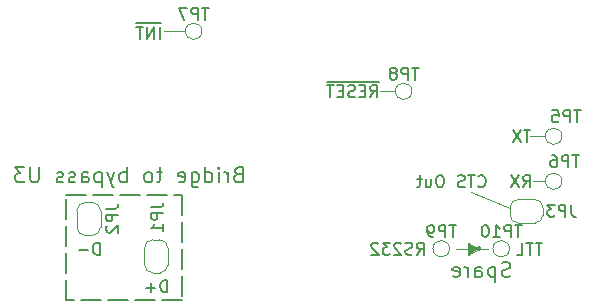
<source format=gbo>
G04 #@! TF.GenerationSoftware,KiCad,Pcbnew,8.0.3+1*
G04 #@! TF.CreationDate,2024-07-17T12:21:26-06:00*
G04 #@! TF.ProjectId,CH375_Serial,43483337-355f-4536-9572-69616c2e6b69,rev?*
G04 #@! TF.SameCoordinates,Original*
G04 #@! TF.FileFunction,Legend,Bot*
G04 #@! TF.FilePolarity,Positive*
%FSLAX46Y46*%
G04 Gerber Fmt 4.6, Leading zero omitted, Abs format (unit mm)*
G04 Created by KiCad (PCBNEW 8.0.3+1) date 2024-07-17 12:21:26*
%MOMM*%
%LPD*%
G01*
G04 APERTURE LIST*
G04 Aperture macros list*
%AMRoundRect*
0 Rectangle with rounded corners*
0 $1 Rounding radius*
0 $2 $3 $4 $5 $6 $7 $8 $9 X,Y pos of 4 corners*
0 Add a 4 corners polygon primitive as box body*
4,1,4,$2,$3,$4,$5,$6,$7,$8,$9,$2,$3,0*
0 Add four circle primitives for the rounded corners*
1,1,$1+$1,$2,$3*
1,1,$1+$1,$4,$5*
1,1,$1+$1,$6,$7*
1,1,$1+$1,$8,$9*
0 Add four rect primitives between the rounded corners*
20,1,$1+$1,$2,$3,$4,$5,0*
20,1,$1+$1,$4,$5,$6,$7,0*
20,1,$1+$1,$6,$7,$8,$9,0*
20,1,$1+$1,$8,$9,$2,$3,0*%
%AMFreePoly0*
4,1,19,0.500000,-0.750000,0.000000,-0.750000,0.000000,-0.744911,-0.071157,-0.744911,-0.207708,-0.704816,-0.327430,-0.627875,-0.420627,-0.520320,-0.479746,-0.390866,-0.500000,-0.250000,-0.500000,0.250000,-0.479746,0.390866,-0.420627,0.520320,-0.327430,0.627875,-0.207708,0.704816,-0.071157,0.744911,0.000000,0.744911,0.000000,0.750000,0.500000,0.750000,0.500000,-0.750000,0.500000,-0.750000,
$1*%
%AMFreePoly1*
4,1,19,0.000000,0.744911,0.071157,0.744911,0.207708,0.704816,0.327430,0.627875,0.420627,0.520320,0.479746,0.390866,0.500000,0.250000,0.500000,-0.250000,0.479746,-0.390866,0.420627,-0.520320,0.327430,-0.627875,0.207708,-0.704816,0.071157,-0.744911,0.000000,-0.744911,0.000000,-0.750000,-0.500000,-0.750000,-0.500000,0.750000,0.000000,0.750000,0.000000,0.744911,0.000000,0.744911,
$1*%
G04 Aperture macros list end*
%ADD10C,0.100000*%
%ADD11C,0.229605*%
%ADD12C,0.152400*%
%ADD13C,0.203200*%
%ADD14C,0.150000*%
%ADD15C,0.120000*%
%ADD16C,0.010000*%
%ADD17R,3.500000X3.500000*%
%ADD18RoundRect,0.750000X-1.000000X0.750000X-1.000000X-0.750000X1.000000X-0.750000X1.000000X0.750000X0*%
%ADD19RoundRect,0.875000X-0.875000X0.875000X-0.875000X-0.875000X0.875000X-0.875000X0.875000X0.875000X0*%
%ADD20C,4.000000*%
%ADD21R,1.600000X1.600000*%
%ADD22C,1.600000*%
%ADD23C,1.500000*%
%ADD24C,2.200000*%
%ADD25R,1.800000X1.800000*%
%ADD26C,1.800000*%
%ADD27R,1.500000X1.600000*%
%ADD28C,3.000000*%
%ADD29C,1.000000*%
%ADD30FreePoly0,90.000000*%
%ADD31FreePoly1,90.000000*%
%ADD32FreePoly0,0.000000*%
%ADD33FreePoly1,0.000000*%
G04 APERTURE END LIST*
D10*
X166940000Y-65405000D02*
X165608000Y-65405000D01*
X172085000Y-78740000D02*
X173101000Y-78740000D01*
D11*
X174104802Y-78740000D02*
G75*
G02*
X173875198Y-78740000I-114802J0D01*
G01*
X173875198Y-78740000D02*
G75*
G02*
X174104802Y-78740000I114802J0D01*
G01*
D10*
X173990000Y-78740000D02*
X173101000Y-79248000D01*
X173101000Y-78232000D01*
X173990000Y-78740000D01*
G36*
X173990000Y-78740000D02*
G01*
X173101000Y-79248000D01*
X173101000Y-78232000D01*
X173990000Y-78740000D01*
G37*
X174169605Y-78740000D02*
X174752000Y-78740000D01*
X176639000Y-75265000D02*
X173355000Y-73914000D01*
X149160000Y-60325000D02*
X147320000Y-60325000D01*
X178308000Y-69215000D02*
X179640000Y-69215000D01*
X178562000Y-73025000D02*
X179640000Y-73025000D01*
D12*
X139065000Y-74168000D02*
X140741400Y-74168000D01*
X141351000Y-74168000D02*
X143027400Y-74168000D01*
X143637000Y-74168000D02*
X145313400Y-74168000D01*
X145923000Y-74168000D02*
X147599400Y-74168000D01*
X148209000Y-74168000D02*
X148844000Y-74168000D01*
X148844000Y-74168000D02*
X148844000Y-75844400D01*
X148844000Y-76454000D02*
X148844000Y-78130400D01*
X148844000Y-78740000D02*
X148844000Y-80416400D01*
X148844000Y-81026000D02*
X148844000Y-82702400D01*
X148844000Y-83058000D02*
X147167600Y-83058000D01*
X146558000Y-83058000D02*
X144881600Y-83058000D01*
X144272000Y-83058000D02*
X142595600Y-83058000D01*
X141986000Y-83058000D02*
X140309600Y-83058000D01*
X139700000Y-83058000D02*
X139065000Y-83058000D01*
X139065000Y-83058000D02*
X139065000Y-81381600D01*
X139065000Y-80772000D02*
X139065000Y-79095600D01*
X139065000Y-78486000D02*
X139065000Y-76809600D01*
X139065000Y-76200000D02*
X139065000Y-74523600D01*
X146977832Y-60954735D02*
X146977832Y-59938735D01*
X146494022Y-60954735D02*
X146494022Y-59938735D01*
X146494022Y-59938735D02*
X145913450Y-60954735D01*
X145913450Y-60954735D02*
X145913450Y-59938735D01*
X145574784Y-59938735D02*
X144994212Y-59938735D01*
X145284498Y-60954735D02*
X145284498Y-59938735D01*
X147118137Y-59656675D02*
X144999051Y-59656675D01*
X178364975Y-68701735D02*
X177784403Y-68701735D01*
X178074689Y-69717735D02*
X178074689Y-68701735D01*
X177542499Y-68701735D02*
X176865165Y-69717735D01*
X176865165Y-68701735D02*
X177542499Y-69717735D01*
X168749260Y-79242735D02*
X169087927Y-78758926D01*
X169329832Y-79242735D02*
X169329832Y-78226735D01*
X169329832Y-78226735D02*
X168942784Y-78226735D01*
X168942784Y-78226735D02*
X168846022Y-78275116D01*
X168846022Y-78275116D02*
X168797641Y-78323497D01*
X168797641Y-78323497D02*
X168749260Y-78420259D01*
X168749260Y-78420259D02*
X168749260Y-78565402D01*
X168749260Y-78565402D02*
X168797641Y-78662164D01*
X168797641Y-78662164D02*
X168846022Y-78710545D01*
X168846022Y-78710545D02*
X168942784Y-78758926D01*
X168942784Y-78758926D02*
X169329832Y-78758926D01*
X168362213Y-79194355D02*
X168217070Y-79242735D01*
X168217070Y-79242735D02*
X167975165Y-79242735D01*
X167975165Y-79242735D02*
X167878403Y-79194355D01*
X167878403Y-79194355D02*
X167830022Y-79145974D01*
X167830022Y-79145974D02*
X167781641Y-79049212D01*
X167781641Y-79049212D02*
X167781641Y-78952450D01*
X167781641Y-78952450D02*
X167830022Y-78855688D01*
X167830022Y-78855688D02*
X167878403Y-78807307D01*
X167878403Y-78807307D02*
X167975165Y-78758926D01*
X167975165Y-78758926D02*
X168168689Y-78710545D01*
X168168689Y-78710545D02*
X168265451Y-78662164D01*
X168265451Y-78662164D02*
X168313832Y-78613783D01*
X168313832Y-78613783D02*
X168362213Y-78517021D01*
X168362213Y-78517021D02*
X168362213Y-78420259D01*
X168362213Y-78420259D02*
X168313832Y-78323497D01*
X168313832Y-78323497D02*
X168265451Y-78275116D01*
X168265451Y-78275116D02*
X168168689Y-78226735D01*
X168168689Y-78226735D02*
X167926784Y-78226735D01*
X167926784Y-78226735D02*
X167781641Y-78275116D01*
X167394594Y-78323497D02*
X167346213Y-78275116D01*
X167346213Y-78275116D02*
X167249451Y-78226735D01*
X167249451Y-78226735D02*
X167007546Y-78226735D01*
X167007546Y-78226735D02*
X166910784Y-78275116D01*
X166910784Y-78275116D02*
X166862403Y-78323497D01*
X166862403Y-78323497D02*
X166814022Y-78420259D01*
X166814022Y-78420259D02*
X166814022Y-78517021D01*
X166814022Y-78517021D02*
X166862403Y-78662164D01*
X166862403Y-78662164D02*
X167442975Y-79242735D01*
X167442975Y-79242735D02*
X166814022Y-79242735D01*
X166475356Y-78226735D02*
X165846403Y-78226735D01*
X165846403Y-78226735D02*
X166185070Y-78613783D01*
X166185070Y-78613783D02*
X166039927Y-78613783D01*
X166039927Y-78613783D02*
X165943165Y-78662164D01*
X165943165Y-78662164D02*
X165894784Y-78710545D01*
X165894784Y-78710545D02*
X165846403Y-78807307D01*
X165846403Y-78807307D02*
X165846403Y-79049212D01*
X165846403Y-79049212D02*
X165894784Y-79145974D01*
X165894784Y-79145974D02*
X165943165Y-79194355D01*
X165943165Y-79194355D02*
X166039927Y-79242735D01*
X166039927Y-79242735D02*
X166330213Y-79242735D01*
X166330213Y-79242735D02*
X166426975Y-79194355D01*
X166426975Y-79194355D02*
X166475356Y-79145974D01*
X165459356Y-78323497D02*
X165410975Y-78275116D01*
X165410975Y-78275116D02*
X165314213Y-78226735D01*
X165314213Y-78226735D02*
X165072308Y-78226735D01*
X165072308Y-78226735D02*
X164975546Y-78275116D01*
X164975546Y-78275116D02*
X164927165Y-78323497D01*
X164927165Y-78323497D02*
X164878784Y-78420259D01*
X164878784Y-78420259D02*
X164878784Y-78517021D01*
X164878784Y-78517021D02*
X164927165Y-78662164D01*
X164927165Y-78662164D02*
X165507737Y-79242735D01*
X165507737Y-79242735D02*
X164878784Y-79242735D01*
X153606022Y-72450413D02*
X153424594Y-72510889D01*
X153424594Y-72510889D02*
X153364117Y-72571365D01*
X153364117Y-72571365D02*
X153303641Y-72692317D01*
X153303641Y-72692317D02*
X153303641Y-72873746D01*
X153303641Y-72873746D02*
X153364117Y-72994698D01*
X153364117Y-72994698D02*
X153424594Y-73055175D01*
X153424594Y-73055175D02*
X153545546Y-73115651D01*
X153545546Y-73115651D02*
X154029356Y-73115651D01*
X154029356Y-73115651D02*
X154029356Y-71845651D01*
X154029356Y-71845651D02*
X153606022Y-71845651D01*
X153606022Y-71845651D02*
X153485070Y-71906127D01*
X153485070Y-71906127D02*
X153424594Y-71966603D01*
X153424594Y-71966603D02*
X153364117Y-72087555D01*
X153364117Y-72087555D02*
X153364117Y-72208508D01*
X153364117Y-72208508D02*
X153424594Y-72329460D01*
X153424594Y-72329460D02*
X153485070Y-72389936D01*
X153485070Y-72389936D02*
X153606022Y-72450413D01*
X153606022Y-72450413D02*
X154029356Y-72450413D01*
X152759356Y-73115651D02*
X152759356Y-72268984D01*
X152759356Y-72510889D02*
X152698879Y-72389936D01*
X152698879Y-72389936D02*
X152638403Y-72329460D01*
X152638403Y-72329460D02*
X152517451Y-72268984D01*
X152517451Y-72268984D02*
X152396498Y-72268984D01*
X151973166Y-73115651D02*
X151973166Y-72268984D01*
X151973166Y-71845651D02*
X152033642Y-71906127D01*
X152033642Y-71906127D02*
X151973166Y-71966603D01*
X151973166Y-71966603D02*
X151912689Y-71906127D01*
X151912689Y-71906127D02*
X151973166Y-71845651D01*
X151973166Y-71845651D02*
X151973166Y-71966603D01*
X150824118Y-73115651D02*
X150824118Y-71845651D01*
X150824118Y-73055175D02*
X150945070Y-73115651D01*
X150945070Y-73115651D02*
X151186975Y-73115651D01*
X151186975Y-73115651D02*
X151307927Y-73055175D01*
X151307927Y-73055175D02*
X151368404Y-72994698D01*
X151368404Y-72994698D02*
X151428880Y-72873746D01*
X151428880Y-72873746D02*
X151428880Y-72510889D01*
X151428880Y-72510889D02*
X151368404Y-72389936D01*
X151368404Y-72389936D02*
X151307927Y-72329460D01*
X151307927Y-72329460D02*
X151186975Y-72268984D01*
X151186975Y-72268984D02*
X150945070Y-72268984D01*
X150945070Y-72268984D02*
X150824118Y-72329460D01*
X149675070Y-72268984D02*
X149675070Y-73297079D01*
X149675070Y-73297079D02*
X149735546Y-73418032D01*
X149735546Y-73418032D02*
X149796022Y-73478508D01*
X149796022Y-73478508D02*
X149916975Y-73538984D01*
X149916975Y-73538984D02*
X150098403Y-73538984D01*
X150098403Y-73538984D02*
X150219356Y-73478508D01*
X149675070Y-73055175D02*
X149796022Y-73115651D01*
X149796022Y-73115651D02*
X150037927Y-73115651D01*
X150037927Y-73115651D02*
X150158879Y-73055175D01*
X150158879Y-73055175D02*
X150219356Y-72994698D01*
X150219356Y-72994698D02*
X150279832Y-72873746D01*
X150279832Y-72873746D02*
X150279832Y-72510889D01*
X150279832Y-72510889D02*
X150219356Y-72389936D01*
X150219356Y-72389936D02*
X150158879Y-72329460D01*
X150158879Y-72329460D02*
X150037927Y-72268984D01*
X150037927Y-72268984D02*
X149796022Y-72268984D01*
X149796022Y-72268984D02*
X149675070Y-72329460D01*
X148586498Y-73055175D02*
X148707450Y-73115651D01*
X148707450Y-73115651D02*
X148949355Y-73115651D01*
X148949355Y-73115651D02*
X149070308Y-73055175D01*
X149070308Y-73055175D02*
X149130784Y-72934222D01*
X149130784Y-72934222D02*
X149130784Y-72450413D01*
X149130784Y-72450413D02*
X149070308Y-72329460D01*
X149070308Y-72329460D02*
X148949355Y-72268984D01*
X148949355Y-72268984D02*
X148707450Y-72268984D01*
X148707450Y-72268984D02*
X148586498Y-72329460D01*
X148586498Y-72329460D02*
X148526022Y-72450413D01*
X148526022Y-72450413D02*
X148526022Y-72571365D01*
X148526022Y-72571365D02*
X149130784Y-72692317D01*
X147195546Y-72268984D02*
X146711737Y-72268984D01*
X147014118Y-71845651D02*
X147014118Y-72934222D01*
X147014118Y-72934222D02*
X146953641Y-73055175D01*
X146953641Y-73055175D02*
X146832689Y-73115651D01*
X146832689Y-73115651D02*
X146711737Y-73115651D01*
X146106975Y-73115651D02*
X146227927Y-73055175D01*
X146227927Y-73055175D02*
X146288404Y-72994698D01*
X146288404Y-72994698D02*
X146348880Y-72873746D01*
X146348880Y-72873746D02*
X146348880Y-72510889D01*
X146348880Y-72510889D02*
X146288404Y-72389936D01*
X146288404Y-72389936D02*
X146227927Y-72329460D01*
X146227927Y-72329460D02*
X146106975Y-72268984D01*
X146106975Y-72268984D02*
X145925546Y-72268984D01*
X145925546Y-72268984D02*
X145804594Y-72329460D01*
X145804594Y-72329460D02*
X145744118Y-72389936D01*
X145744118Y-72389936D02*
X145683642Y-72510889D01*
X145683642Y-72510889D02*
X145683642Y-72873746D01*
X145683642Y-72873746D02*
X145744118Y-72994698D01*
X145744118Y-72994698D02*
X145804594Y-73055175D01*
X145804594Y-73055175D02*
X145925546Y-73115651D01*
X145925546Y-73115651D02*
X146106975Y-73115651D01*
X144171737Y-73115651D02*
X144171737Y-71845651D01*
X144171737Y-72329460D02*
X144050784Y-72268984D01*
X144050784Y-72268984D02*
X143808879Y-72268984D01*
X143808879Y-72268984D02*
X143687927Y-72329460D01*
X143687927Y-72329460D02*
X143627451Y-72389936D01*
X143627451Y-72389936D02*
X143566975Y-72510889D01*
X143566975Y-72510889D02*
X143566975Y-72873746D01*
X143566975Y-72873746D02*
X143627451Y-72994698D01*
X143627451Y-72994698D02*
X143687927Y-73055175D01*
X143687927Y-73055175D02*
X143808879Y-73115651D01*
X143808879Y-73115651D02*
X144050784Y-73115651D01*
X144050784Y-73115651D02*
X144171737Y-73055175D01*
X143143641Y-72268984D02*
X142841260Y-73115651D01*
X142538879Y-72268984D02*
X142841260Y-73115651D01*
X142841260Y-73115651D02*
X142962212Y-73418032D01*
X142962212Y-73418032D02*
X143022689Y-73478508D01*
X143022689Y-73478508D02*
X143143641Y-73538984D01*
X142055070Y-72268984D02*
X142055070Y-73538984D01*
X142055070Y-72329460D02*
X141934117Y-72268984D01*
X141934117Y-72268984D02*
X141692212Y-72268984D01*
X141692212Y-72268984D02*
X141571260Y-72329460D01*
X141571260Y-72329460D02*
X141510784Y-72389936D01*
X141510784Y-72389936D02*
X141450308Y-72510889D01*
X141450308Y-72510889D02*
X141450308Y-72873746D01*
X141450308Y-72873746D02*
X141510784Y-72994698D01*
X141510784Y-72994698D02*
X141571260Y-73055175D01*
X141571260Y-73055175D02*
X141692212Y-73115651D01*
X141692212Y-73115651D02*
X141934117Y-73115651D01*
X141934117Y-73115651D02*
X142055070Y-73055175D01*
X140361736Y-73115651D02*
X140361736Y-72450413D01*
X140361736Y-72450413D02*
X140422212Y-72329460D01*
X140422212Y-72329460D02*
X140543164Y-72268984D01*
X140543164Y-72268984D02*
X140785069Y-72268984D01*
X140785069Y-72268984D02*
X140906022Y-72329460D01*
X140361736Y-73055175D02*
X140482688Y-73115651D01*
X140482688Y-73115651D02*
X140785069Y-73115651D01*
X140785069Y-73115651D02*
X140906022Y-73055175D01*
X140906022Y-73055175D02*
X140966498Y-72934222D01*
X140966498Y-72934222D02*
X140966498Y-72813270D01*
X140966498Y-72813270D02*
X140906022Y-72692317D01*
X140906022Y-72692317D02*
X140785069Y-72631841D01*
X140785069Y-72631841D02*
X140482688Y-72631841D01*
X140482688Y-72631841D02*
X140361736Y-72571365D01*
X139817450Y-73055175D02*
X139696497Y-73115651D01*
X139696497Y-73115651D02*
X139454593Y-73115651D01*
X139454593Y-73115651D02*
X139333640Y-73055175D01*
X139333640Y-73055175D02*
X139273164Y-72934222D01*
X139273164Y-72934222D02*
X139273164Y-72873746D01*
X139273164Y-72873746D02*
X139333640Y-72752794D01*
X139333640Y-72752794D02*
X139454593Y-72692317D01*
X139454593Y-72692317D02*
X139636021Y-72692317D01*
X139636021Y-72692317D02*
X139756974Y-72631841D01*
X139756974Y-72631841D02*
X139817450Y-72510889D01*
X139817450Y-72510889D02*
X139817450Y-72450413D01*
X139817450Y-72450413D02*
X139756974Y-72329460D01*
X139756974Y-72329460D02*
X139636021Y-72268984D01*
X139636021Y-72268984D02*
X139454593Y-72268984D01*
X139454593Y-72268984D02*
X139333640Y-72329460D01*
X138789355Y-73055175D02*
X138668402Y-73115651D01*
X138668402Y-73115651D02*
X138426498Y-73115651D01*
X138426498Y-73115651D02*
X138305545Y-73055175D01*
X138305545Y-73055175D02*
X138245069Y-72934222D01*
X138245069Y-72934222D02*
X138245069Y-72873746D01*
X138245069Y-72873746D02*
X138305545Y-72752794D01*
X138305545Y-72752794D02*
X138426498Y-72692317D01*
X138426498Y-72692317D02*
X138607926Y-72692317D01*
X138607926Y-72692317D02*
X138728879Y-72631841D01*
X138728879Y-72631841D02*
X138789355Y-72510889D01*
X138789355Y-72510889D02*
X138789355Y-72450413D01*
X138789355Y-72450413D02*
X138728879Y-72329460D01*
X138728879Y-72329460D02*
X138607926Y-72268984D01*
X138607926Y-72268984D02*
X138426498Y-72268984D01*
X138426498Y-72268984D02*
X138305545Y-72329460D01*
X136733165Y-71845651D02*
X136733165Y-72873746D01*
X136733165Y-72873746D02*
X136672688Y-72994698D01*
X136672688Y-72994698D02*
X136612212Y-73055175D01*
X136612212Y-73055175D02*
X136491260Y-73115651D01*
X136491260Y-73115651D02*
X136249355Y-73115651D01*
X136249355Y-73115651D02*
X136128403Y-73055175D01*
X136128403Y-73055175D02*
X136067926Y-72994698D01*
X136067926Y-72994698D02*
X136007450Y-72873746D01*
X136007450Y-72873746D02*
X136007450Y-71845651D01*
X135523641Y-71845651D02*
X134737450Y-71845651D01*
X134737450Y-71845651D02*
X135160784Y-72329460D01*
X135160784Y-72329460D02*
X134979355Y-72329460D01*
X134979355Y-72329460D02*
X134858403Y-72389936D01*
X134858403Y-72389936D02*
X134797927Y-72450413D01*
X134797927Y-72450413D02*
X134737450Y-72571365D01*
X134737450Y-72571365D02*
X134737450Y-72873746D01*
X134737450Y-72873746D02*
X134797927Y-72994698D01*
X134797927Y-72994698D02*
X134858403Y-73055175D01*
X134858403Y-73055175D02*
X134979355Y-73115651D01*
X134979355Y-73115651D02*
X135342212Y-73115651D01*
X135342212Y-73115651D02*
X135463165Y-73055175D01*
X135463165Y-73055175D02*
X135523641Y-72994698D01*
X173956260Y-73430974D02*
X174004641Y-73479355D01*
X174004641Y-73479355D02*
X174149784Y-73527735D01*
X174149784Y-73527735D02*
X174246546Y-73527735D01*
X174246546Y-73527735D02*
X174391689Y-73479355D01*
X174391689Y-73479355D02*
X174488451Y-73382593D01*
X174488451Y-73382593D02*
X174536832Y-73285831D01*
X174536832Y-73285831D02*
X174585213Y-73092307D01*
X174585213Y-73092307D02*
X174585213Y-72947164D01*
X174585213Y-72947164D02*
X174536832Y-72753640D01*
X174536832Y-72753640D02*
X174488451Y-72656878D01*
X174488451Y-72656878D02*
X174391689Y-72560116D01*
X174391689Y-72560116D02*
X174246546Y-72511735D01*
X174246546Y-72511735D02*
X174149784Y-72511735D01*
X174149784Y-72511735D02*
X174004641Y-72560116D01*
X174004641Y-72560116D02*
X173956260Y-72608497D01*
X173665975Y-72511735D02*
X173085403Y-72511735D01*
X173375689Y-73527735D02*
X173375689Y-72511735D01*
X172795118Y-73479355D02*
X172649975Y-73527735D01*
X172649975Y-73527735D02*
X172408070Y-73527735D01*
X172408070Y-73527735D02*
X172311308Y-73479355D01*
X172311308Y-73479355D02*
X172262927Y-73430974D01*
X172262927Y-73430974D02*
X172214546Y-73334212D01*
X172214546Y-73334212D02*
X172214546Y-73237450D01*
X172214546Y-73237450D02*
X172262927Y-73140688D01*
X172262927Y-73140688D02*
X172311308Y-73092307D01*
X172311308Y-73092307D02*
X172408070Y-73043926D01*
X172408070Y-73043926D02*
X172601594Y-72995545D01*
X172601594Y-72995545D02*
X172698356Y-72947164D01*
X172698356Y-72947164D02*
X172746737Y-72898783D01*
X172746737Y-72898783D02*
X172795118Y-72802021D01*
X172795118Y-72802021D02*
X172795118Y-72705259D01*
X172795118Y-72705259D02*
X172746737Y-72608497D01*
X172746737Y-72608497D02*
X172698356Y-72560116D01*
X172698356Y-72560116D02*
X172601594Y-72511735D01*
X172601594Y-72511735D02*
X172359689Y-72511735D01*
X172359689Y-72511735D02*
X172214546Y-72560116D01*
X170811499Y-72511735D02*
X170617975Y-72511735D01*
X170617975Y-72511735D02*
X170521213Y-72560116D01*
X170521213Y-72560116D02*
X170424451Y-72656878D01*
X170424451Y-72656878D02*
X170376070Y-72850402D01*
X170376070Y-72850402D02*
X170376070Y-73189069D01*
X170376070Y-73189069D02*
X170424451Y-73382593D01*
X170424451Y-73382593D02*
X170521213Y-73479355D01*
X170521213Y-73479355D02*
X170617975Y-73527735D01*
X170617975Y-73527735D02*
X170811499Y-73527735D01*
X170811499Y-73527735D02*
X170908261Y-73479355D01*
X170908261Y-73479355D02*
X171005023Y-73382593D01*
X171005023Y-73382593D02*
X171053404Y-73189069D01*
X171053404Y-73189069D02*
X171053404Y-72850402D01*
X171053404Y-72850402D02*
X171005023Y-72656878D01*
X171005023Y-72656878D02*
X170908261Y-72560116D01*
X170908261Y-72560116D02*
X170811499Y-72511735D01*
X169505213Y-72850402D02*
X169505213Y-73527735D01*
X169940642Y-72850402D02*
X169940642Y-73382593D01*
X169940642Y-73382593D02*
X169892261Y-73479355D01*
X169892261Y-73479355D02*
X169795499Y-73527735D01*
X169795499Y-73527735D02*
X169650356Y-73527735D01*
X169650356Y-73527735D02*
X169553594Y-73479355D01*
X169553594Y-73479355D02*
X169505213Y-73430974D01*
X169166547Y-72850402D02*
X168779499Y-72850402D01*
X169021404Y-72511735D02*
X169021404Y-73382593D01*
X169021404Y-73382593D02*
X168973023Y-73479355D01*
X168973023Y-73479355D02*
X168876261Y-73527735D01*
X168876261Y-73527735D02*
X168779499Y-73527735D01*
D13*
X176662411Y-81053533D02*
X176480982Y-81114009D01*
X176480982Y-81114009D02*
X176178601Y-81114009D01*
X176178601Y-81114009D02*
X176057649Y-81053533D01*
X176057649Y-81053533D02*
X175997173Y-80993056D01*
X175997173Y-80993056D02*
X175936696Y-80872104D01*
X175936696Y-80872104D02*
X175936696Y-80751152D01*
X175936696Y-80751152D02*
X175997173Y-80630199D01*
X175997173Y-80630199D02*
X176057649Y-80569723D01*
X176057649Y-80569723D02*
X176178601Y-80509247D01*
X176178601Y-80509247D02*
X176420506Y-80448771D01*
X176420506Y-80448771D02*
X176541458Y-80388294D01*
X176541458Y-80388294D02*
X176601935Y-80327818D01*
X176601935Y-80327818D02*
X176662411Y-80206866D01*
X176662411Y-80206866D02*
X176662411Y-80085913D01*
X176662411Y-80085913D02*
X176601935Y-79964961D01*
X176601935Y-79964961D02*
X176541458Y-79904485D01*
X176541458Y-79904485D02*
X176420506Y-79844009D01*
X176420506Y-79844009D02*
X176118125Y-79844009D01*
X176118125Y-79844009D02*
X175936696Y-79904485D01*
X175392411Y-80267342D02*
X175392411Y-81537342D01*
X175392411Y-80327818D02*
X175271458Y-80267342D01*
X175271458Y-80267342D02*
X175029553Y-80267342D01*
X175029553Y-80267342D02*
X174908601Y-80327818D01*
X174908601Y-80327818D02*
X174848125Y-80388294D01*
X174848125Y-80388294D02*
X174787649Y-80509247D01*
X174787649Y-80509247D02*
X174787649Y-80872104D01*
X174787649Y-80872104D02*
X174848125Y-80993056D01*
X174848125Y-80993056D02*
X174908601Y-81053533D01*
X174908601Y-81053533D02*
X175029553Y-81114009D01*
X175029553Y-81114009D02*
X175271458Y-81114009D01*
X175271458Y-81114009D02*
X175392411Y-81053533D01*
X173699077Y-81114009D02*
X173699077Y-80448771D01*
X173699077Y-80448771D02*
X173759553Y-80327818D01*
X173759553Y-80327818D02*
X173880505Y-80267342D01*
X173880505Y-80267342D02*
X174122410Y-80267342D01*
X174122410Y-80267342D02*
X174243363Y-80327818D01*
X173699077Y-81053533D02*
X173820029Y-81114009D01*
X173820029Y-81114009D02*
X174122410Y-81114009D01*
X174122410Y-81114009D02*
X174243363Y-81053533D01*
X174243363Y-81053533D02*
X174303839Y-80932580D01*
X174303839Y-80932580D02*
X174303839Y-80811628D01*
X174303839Y-80811628D02*
X174243363Y-80690675D01*
X174243363Y-80690675D02*
X174122410Y-80630199D01*
X174122410Y-80630199D02*
X173820029Y-80630199D01*
X173820029Y-80630199D02*
X173699077Y-80569723D01*
X173094315Y-81114009D02*
X173094315Y-80267342D01*
X173094315Y-80509247D02*
X173033838Y-80388294D01*
X173033838Y-80388294D02*
X172973362Y-80327818D01*
X172973362Y-80327818D02*
X172852410Y-80267342D01*
X172852410Y-80267342D02*
X172731457Y-80267342D01*
X171824315Y-81053533D02*
X171945267Y-81114009D01*
X171945267Y-81114009D02*
X172187172Y-81114009D01*
X172187172Y-81114009D02*
X172308125Y-81053533D01*
X172308125Y-81053533D02*
X172368601Y-80932580D01*
X172368601Y-80932580D02*
X172368601Y-80448771D01*
X172368601Y-80448771D02*
X172308125Y-80327818D01*
X172308125Y-80327818D02*
X172187172Y-80267342D01*
X172187172Y-80267342D02*
X171945267Y-80267342D01*
X171945267Y-80267342D02*
X171824315Y-80327818D01*
X171824315Y-80327818D02*
X171763839Y-80448771D01*
X171763839Y-80448771D02*
X171763839Y-80569723D01*
X171763839Y-80569723D02*
X172368601Y-80690675D01*
D12*
X179380975Y-78226735D02*
X178800403Y-78226735D01*
X179090689Y-79242735D02*
X179090689Y-78226735D01*
X178606880Y-78226735D02*
X178026308Y-78226735D01*
X178316594Y-79242735D02*
X178316594Y-78226735D01*
X177203832Y-79242735D02*
X177687642Y-79242735D01*
X177687642Y-79242735D02*
X177687642Y-78226735D01*
X141897832Y-79242735D02*
X141897832Y-78226735D01*
X141897832Y-78226735D02*
X141655927Y-78226735D01*
X141655927Y-78226735D02*
X141510784Y-78275116D01*
X141510784Y-78275116D02*
X141414022Y-78371878D01*
X141414022Y-78371878D02*
X141365641Y-78468640D01*
X141365641Y-78468640D02*
X141317260Y-78662164D01*
X141317260Y-78662164D02*
X141317260Y-78807307D01*
X141317260Y-78807307D02*
X141365641Y-79000831D01*
X141365641Y-79000831D02*
X141414022Y-79097593D01*
X141414022Y-79097593D02*
X141510784Y-79194355D01*
X141510784Y-79194355D02*
X141655927Y-79242735D01*
X141655927Y-79242735D02*
X141897832Y-79242735D01*
X140881832Y-78855688D02*
X140107737Y-78855688D01*
X164812260Y-65907735D02*
X165150927Y-65423926D01*
X165392832Y-65907735D02*
X165392832Y-64891735D01*
X165392832Y-64891735D02*
X165005784Y-64891735D01*
X165005784Y-64891735D02*
X164909022Y-64940116D01*
X164909022Y-64940116D02*
X164860641Y-64988497D01*
X164860641Y-64988497D02*
X164812260Y-65085259D01*
X164812260Y-65085259D02*
X164812260Y-65230402D01*
X164812260Y-65230402D02*
X164860641Y-65327164D01*
X164860641Y-65327164D02*
X164909022Y-65375545D01*
X164909022Y-65375545D02*
X165005784Y-65423926D01*
X165005784Y-65423926D02*
X165392832Y-65423926D01*
X164376832Y-65375545D02*
X164038165Y-65375545D01*
X163893022Y-65907735D02*
X164376832Y-65907735D01*
X164376832Y-65907735D02*
X164376832Y-64891735D01*
X164376832Y-64891735D02*
X163893022Y-64891735D01*
X163505975Y-65859355D02*
X163360832Y-65907735D01*
X163360832Y-65907735D02*
X163118927Y-65907735D01*
X163118927Y-65907735D02*
X163022165Y-65859355D01*
X163022165Y-65859355D02*
X162973784Y-65810974D01*
X162973784Y-65810974D02*
X162925403Y-65714212D01*
X162925403Y-65714212D02*
X162925403Y-65617450D01*
X162925403Y-65617450D02*
X162973784Y-65520688D01*
X162973784Y-65520688D02*
X163022165Y-65472307D01*
X163022165Y-65472307D02*
X163118927Y-65423926D01*
X163118927Y-65423926D02*
X163312451Y-65375545D01*
X163312451Y-65375545D02*
X163409213Y-65327164D01*
X163409213Y-65327164D02*
X163457594Y-65278783D01*
X163457594Y-65278783D02*
X163505975Y-65182021D01*
X163505975Y-65182021D02*
X163505975Y-65085259D01*
X163505975Y-65085259D02*
X163457594Y-64988497D01*
X163457594Y-64988497D02*
X163409213Y-64940116D01*
X163409213Y-64940116D02*
X163312451Y-64891735D01*
X163312451Y-64891735D02*
X163070546Y-64891735D01*
X163070546Y-64891735D02*
X162925403Y-64940116D01*
X162489975Y-65375545D02*
X162151308Y-65375545D01*
X162006165Y-65907735D02*
X162489975Y-65907735D01*
X162489975Y-65907735D02*
X162489975Y-64891735D01*
X162489975Y-64891735D02*
X162006165Y-64891735D01*
X161715880Y-64891735D02*
X161135308Y-64891735D01*
X161425594Y-65907735D02*
X161425594Y-64891735D01*
X165533137Y-64609675D02*
X161140147Y-64609675D01*
X147612832Y-82417735D02*
X147612832Y-81401735D01*
X147612832Y-81401735D02*
X147370927Y-81401735D01*
X147370927Y-81401735D02*
X147225784Y-81450116D01*
X147225784Y-81450116D02*
X147129022Y-81546878D01*
X147129022Y-81546878D02*
X147080641Y-81643640D01*
X147080641Y-81643640D02*
X147032260Y-81837164D01*
X147032260Y-81837164D02*
X147032260Y-81982307D01*
X147032260Y-81982307D02*
X147080641Y-82175831D01*
X147080641Y-82175831D02*
X147129022Y-82272593D01*
X147129022Y-82272593D02*
X147225784Y-82369355D01*
X147225784Y-82369355D02*
X147370927Y-82417735D01*
X147370927Y-82417735D02*
X147612832Y-82417735D01*
X146596832Y-82030688D02*
X145822737Y-82030688D01*
X146209784Y-82417735D02*
X146209784Y-81643640D01*
X177766260Y-73527735D02*
X178104927Y-73043926D01*
X178346832Y-73527735D02*
X178346832Y-72511735D01*
X178346832Y-72511735D02*
X177959784Y-72511735D01*
X177959784Y-72511735D02*
X177863022Y-72560116D01*
X177863022Y-72560116D02*
X177814641Y-72608497D01*
X177814641Y-72608497D02*
X177766260Y-72705259D01*
X177766260Y-72705259D02*
X177766260Y-72850402D01*
X177766260Y-72850402D02*
X177814641Y-72947164D01*
X177814641Y-72947164D02*
X177863022Y-72995545D01*
X177863022Y-72995545D02*
X177959784Y-73043926D01*
X177959784Y-73043926D02*
X178346832Y-73043926D01*
X177427594Y-72511735D02*
X176750260Y-73527735D01*
X176750260Y-72511735D02*
X177427594Y-73527735D01*
D14*
X177633094Y-76746819D02*
X177061666Y-76746819D01*
X177347380Y-77746819D02*
X177347380Y-76746819D01*
X176728332Y-77746819D02*
X176728332Y-76746819D01*
X176728332Y-76746819D02*
X176347380Y-76746819D01*
X176347380Y-76746819D02*
X176252142Y-76794438D01*
X176252142Y-76794438D02*
X176204523Y-76842057D01*
X176204523Y-76842057D02*
X176156904Y-76937295D01*
X176156904Y-76937295D02*
X176156904Y-77080152D01*
X176156904Y-77080152D02*
X176204523Y-77175390D01*
X176204523Y-77175390D02*
X176252142Y-77223009D01*
X176252142Y-77223009D02*
X176347380Y-77270628D01*
X176347380Y-77270628D02*
X176728332Y-77270628D01*
X175204523Y-77746819D02*
X175775951Y-77746819D01*
X175490237Y-77746819D02*
X175490237Y-76746819D01*
X175490237Y-76746819D02*
X175585475Y-76889676D01*
X175585475Y-76889676D02*
X175680713Y-76984914D01*
X175680713Y-76984914D02*
X175775951Y-77032533D01*
X174585475Y-76746819D02*
X174490237Y-76746819D01*
X174490237Y-76746819D02*
X174394999Y-76794438D01*
X174394999Y-76794438D02*
X174347380Y-76842057D01*
X174347380Y-76842057D02*
X174299761Y-76937295D01*
X174299761Y-76937295D02*
X174252142Y-77127771D01*
X174252142Y-77127771D02*
X174252142Y-77365866D01*
X174252142Y-77365866D02*
X174299761Y-77556342D01*
X174299761Y-77556342D02*
X174347380Y-77651580D01*
X174347380Y-77651580D02*
X174394999Y-77699200D01*
X174394999Y-77699200D02*
X174490237Y-77746819D01*
X174490237Y-77746819D02*
X174585475Y-77746819D01*
X174585475Y-77746819D02*
X174680713Y-77699200D01*
X174680713Y-77699200D02*
X174728332Y-77651580D01*
X174728332Y-77651580D02*
X174775951Y-77556342D01*
X174775951Y-77556342D02*
X174823570Y-77365866D01*
X174823570Y-77365866D02*
X174823570Y-77127771D01*
X174823570Y-77127771D02*
X174775951Y-76937295D01*
X174775951Y-76937295D02*
X174728332Y-76842057D01*
X174728332Y-76842057D02*
X174680713Y-76794438D01*
X174680713Y-76794438D02*
X174585475Y-76746819D01*
X182617904Y-67018819D02*
X182046476Y-67018819D01*
X182332190Y-68018819D02*
X182332190Y-67018819D01*
X181713142Y-68018819D02*
X181713142Y-67018819D01*
X181713142Y-67018819D02*
X181332190Y-67018819D01*
X181332190Y-67018819D02*
X181236952Y-67066438D01*
X181236952Y-67066438D02*
X181189333Y-67114057D01*
X181189333Y-67114057D02*
X181141714Y-67209295D01*
X181141714Y-67209295D02*
X181141714Y-67352152D01*
X181141714Y-67352152D02*
X181189333Y-67447390D01*
X181189333Y-67447390D02*
X181236952Y-67495009D01*
X181236952Y-67495009D02*
X181332190Y-67542628D01*
X181332190Y-67542628D02*
X181713142Y-67542628D01*
X180236952Y-67018819D02*
X180713142Y-67018819D01*
X180713142Y-67018819D02*
X180760761Y-67495009D01*
X180760761Y-67495009D02*
X180713142Y-67447390D01*
X180713142Y-67447390D02*
X180617904Y-67399771D01*
X180617904Y-67399771D02*
X180379809Y-67399771D01*
X180379809Y-67399771D02*
X180284571Y-67447390D01*
X180284571Y-67447390D02*
X180236952Y-67495009D01*
X180236952Y-67495009D02*
X180189333Y-67590247D01*
X180189333Y-67590247D02*
X180189333Y-67828342D01*
X180189333Y-67828342D02*
X180236952Y-67923580D01*
X180236952Y-67923580D02*
X180284571Y-67971200D01*
X180284571Y-67971200D02*
X180379809Y-68018819D01*
X180379809Y-68018819D02*
X180617904Y-68018819D01*
X180617904Y-68018819D02*
X180713142Y-67971200D01*
X180713142Y-67971200D02*
X180760761Y-67923580D01*
X151121904Y-58331819D02*
X150550476Y-58331819D01*
X150836190Y-59331819D02*
X150836190Y-58331819D01*
X150217142Y-59331819D02*
X150217142Y-58331819D01*
X150217142Y-58331819D02*
X149836190Y-58331819D01*
X149836190Y-58331819D02*
X149740952Y-58379438D01*
X149740952Y-58379438D02*
X149693333Y-58427057D01*
X149693333Y-58427057D02*
X149645714Y-58522295D01*
X149645714Y-58522295D02*
X149645714Y-58665152D01*
X149645714Y-58665152D02*
X149693333Y-58760390D01*
X149693333Y-58760390D02*
X149740952Y-58808009D01*
X149740952Y-58808009D02*
X149836190Y-58855628D01*
X149836190Y-58855628D02*
X150217142Y-58855628D01*
X149312380Y-58331819D02*
X148645714Y-58331819D01*
X148645714Y-58331819D02*
X149074285Y-59331819D01*
X182490904Y-70828819D02*
X181919476Y-70828819D01*
X182205190Y-71828819D02*
X182205190Y-70828819D01*
X181586142Y-71828819D02*
X181586142Y-70828819D01*
X181586142Y-70828819D02*
X181205190Y-70828819D01*
X181205190Y-70828819D02*
X181109952Y-70876438D01*
X181109952Y-70876438D02*
X181062333Y-70924057D01*
X181062333Y-70924057D02*
X181014714Y-71019295D01*
X181014714Y-71019295D02*
X181014714Y-71162152D01*
X181014714Y-71162152D02*
X181062333Y-71257390D01*
X181062333Y-71257390D02*
X181109952Y-71305009D01*
X181109952Y-71305009D02*
X181205190Y-71352628D01*
X181205190Y-71352628D02*
X181586142Y-71352628D01*
X180157571Y-70828819D02*
X180348047Y-70828819D01*
X180348047Y-70828819D02*
X180443285Y-70876438D01*
X180443285Y-70876438D02*
X180490904Y-70924057D01*
X180490904Y-70924057D02*
X180586142Y-71066914D01*
X180586142Y-71066914D02*
X180633761Y-71257390D01*
X180633761Y-71257390D02*
X180633761Y-71638342D01*
X180633761Y-71638342D02*
X180586142Y-71733580D01*
X180586142Y-71733580D02*
X180538523Y-71781200D01*
X180538523Y-71781200D02*
X180443285Y-71828819D01*
X180443285Y-71828819D02*
X180252809Y-71828819D01*
X180252809Y-71828819D02*
X180157571Y-71781200D01*
X180157571Y-71781200D02*
X180109952Y-71733580D01*
X180109952Y-71733580D02*
X180062333Y-71638342D01*
X180062333Y-71638342D02*
X180062333Y-71400247D01*
X180062333Y-71400247D02*
X180109952Y-71305009D01*
X180109952Y-71305009D02*
X180157571Y-71257390D01*
X180157571Y-71257390D02*
X180252809Y-71209771D01*
X180252809Y-71209771D02*
X180443285Y-71209771D01*
X180443285Y-71209771D02*
X180538523Y-71257390D01*
X180538523Y-71257390D02*
X180586142Y-71305009D01*
X180586142Y-71305009D02*
X180633761Y-71400247D01*
X168901904Y-63411819D02*
X168330476Y-63411819D01*
X168616190Y-64411819D02*
X168616190Y-63411819D01*
X167997142Y-64411819D02*
X167997142Y-63411819D01*
X167997142Y-63411819D02*
X167616190Y-63411819D01*
X167616190Y-63411819D02*
X167520952Y-63459438D01*
X167520952Y-63459438D02*
X167473333Y-63507057D01*
X167473333Y-63507057D02*
X167425714Y-63602295D01*
X167425714Y-63602295D02*
X167425714Y-63745152D01*
X167425714Y-63745152D02*
X167473333Y-63840390D01*
X167473333Y-63840390D02*
X167520952Y-63888009D01*
X167520952Y-63888009D02*
X167616190Y-63935628D01*
X167616190Y-63935628D02*
X167997142Y-63935628D01*
X166854285Y-63840390D02*
X166949523Y-63792771D01*
X166949523Y-63792771D02*
X166997142Y-63745152D01*
X166997142Y-63745152D02*
X167044761Y-63649914D01*
X167044761Y-63649914D02*
X167044761Y-63602295D01*
X167044761Y-63602295D02*
X166997142Y-63507057D01*
X166997142Y-63507057D02*
X166949523Y-63459438D01*
X166949523Y-63459438D02*
X166854285Y-63411819D01*
X166854285Y-63411819D02*
X166663809Y-63411819D01*
X166663809Y-63411819D02*
X166568571Y-63459438D01*
X166568571Y-63459438D02*
X166520952Y-63507057D01*
X166520952Y-63507057D02*
X166473333Y-63602295D01*
X166473333Y-63602295D02*
X166473333Y-63649914D01*
X166473333Y-63649914D02*
X166520952Y-63745152D01*
X166520952Y-63745152D02*
X166568571Y-63792771D01*
X166568571Y-63792771D02*
X166663809Y-63840390D01*
X166663809Y-63840390D02*
X166854285Y-63840390D01*
X166854285Y-63840390D02*
X166949523Y-63888009D01*
X166949523Y-63888009D02*
X166997142Y-63935628D01*
X166997142Y-63935628D02*
X167044761Y-64030866D01*
X167044761Y-64030866D02*
X167044761Y-64221342D01*
X167044761Y-64221342D02*
X166997142Y-64316580D01*
X166997142Y-64316580D02*
X166949523Y-64364200D01*
X166949523Y-64364200D02*
X166854285Y-64411819D01*
X166854285Y-64411819D02*
X166663809Y-64411819D01*
X166663809Y-64411819D02*
X166568571Y-64364200D01*
X166568571Y-64364200D02*
X166520952Y-64316580D01*
X166520952Y-64316580D02*
X166473333Y-64221342D01*
X166473333Y-64221342D02*
X166473333Y-64030866D01*
X166473333Y-64030866D02*
X166520952Y-63935628D01*
X166520952Y-63935628D02*
X166568571Y-63888009D01*
X166568571Y-63888009D02*
X166663809Y-63840390D01*
X142456819Y-75366666D02*
X143171104Y-75366666D01*
X143171104Y-75366666D02*
X143313961Y-75319047D01*
X143313961Y-75319047D02*
X143409200Y-75223809D01*
X143409200Y-75223809D02*
X143456819Y-75080952D01*
X143456819Y-75080952D02*
X143456819Y-74985714D01*
X143456819Y-75842857D02*
X142456819Y-75842857D01*
X142456819Y-75842857D02*
X142456819Y-76223809D01*
X142456819Y-76223809D02*
X142504438Y-76319047D01*
X142504438Y-76319047D02*
X142552057Y-76366666D01*
X142552057Y-76366666D02*
X142647295Y-76414285D01*
X142647295Y-76414285D02*
X142790152Y-76414285D01*
X142790152Y-76414285D02*
X142885390Y-76366666D01*
X142885390Y-76366666D02*
X142933009Y-76319047D01*
X142933009Y-76319047D02*
X142980628Y-76223809D01*
X142980628Y-76223809D02*
X142980628Y-75842857D01*
X142552057Y-76795238D02*
X142504438Y-76842857D01*
X142504438Y-76842857D02*
X142456819Y-76938095D01*
X142456819Y-76938095D02*
X142456819Y-77176190D01*
X142456819Y-77176190D02*
X142504438Y-77271428D01*
X142504438Y-77271428D02*
X142552057Y-77319047D01*
X142552057Y-77319047D02*
X142647295Y-77366666D01*
X142647295Y-77366666D02*
X142742533Y-77366666D01*
X142742533Y-77366666D02*
X142885390Y-77319047D01*
X142885390Y-77319047D02*
X143456819Y-76747619D01*
X143456819Y-76747619D02*
X143456819Y-77366666D01*
X172076904Y-76746819D02*
X171505476Y-76746819D01*
X171791190Y-77746819D02*
X171791190Y-76746819D01*
X171172142Y-77746819D02*
X171172142Y-76746819D01*
X171172142Y-76746819D02*
X170791190Y-76746819D01*
X170791190Y-76746819D02*
X170695952Y-76794438D01*
X170695952Y-76794438D02*
X170648333Y-76842057D01*
X170648333Y-76842057D02*
X170600714Y-76937295D01*
X170600714Y-76937295D02*
X170600714Y-77080152D01*
X170600714Y-77080152D02*
X170648333Y-77175390D01*
X170648333Y-77175390D02*
X170695952Y-77223009D01*
X170695952Y-77223009D02*
X170791190Y-77270628D01*
X170791190Y-77270628D02*
X171172142Y-77270628D01*
X170124523Y-77746819D02*
X169934047Y-77746819D01*
X169934047Y-77746819D02*
X169838809Y-77699200D01*
X169838809Y-77699200D02*
X169791190Y-77651580D01*
X169791190Y-77651580D02*
X169695952Y-77508723D01*
X169695952Y-77508723D02*
X169648333Y-77318247D01*
X169648333Y-77318247D02*
X169648333Y-76937295D01*
X169648333Y-76937295D02*
X169695952Y-76842057D01*
X169695952Y-76842057D02*
X169743571Y-76794438D01*
X169743571Y-76794438D02*
X169838809Y-76746819D01*
X169838809Y-76746819D02*
X170029285Y-76746819D01*
X170029285Y-76746819D02*
X170124523Y-76794438D01*
X170124523Y-76794438D02*
X170172142Y-76842057D01*
X170172142Y-76842057D02*
X170219761Y-76937295D01*
X170219761Y-76937295D02*
X170219761Y-77175390D01*
X170219761Y-77175390D02*
X170172142Y-77270628D01*
X170172142Y-77270628D02*
X170124523Y-77318247D01*
X170124523Y-77318247D02*
X170029285Y-77365866D01*
X170029285Y-77365866D02*
X169838809Y-77365866D01*
X169838809Y-77365866D02*
X169743571Y-77318247D01*
X169743571Y-77318247D02*
X169695952Y-77270628D01*
X169695952Y-77270628D02*
X169648333Y-77175390D01*
X181808333Y-75019819D02*
X181808333Y-75734104D01*
X181808333Y-75734104D02*
X181855952Y-75876961D01*
X181855952Y-75876961D02*
X181951190Y-75972200D01*
X181951190Y-75972200D02*
X182094047Y-76019819D01*
X182094047Y-76019819D02*
X182189285Y-76019819D01*
X181332142Y-76019819D02*
X181332142Y-75019819D01*
X181332142Y-75019819D02*
X180951190Y-75019819D01*
X180951190Y-75019819D02*
X180855952Y-75067438D01*
X180855952Y-75067438D02*
X180808333Y-75115057D01*
X180808333Y-75115057D02*
X180760714Y-75210295D01*
X180760714Y-75210295D02*
X180760714Y-75353152D01*
X180760714Y-75353152D02*
X180808333Y-75448390D01*
X180808333Y-75448390D02*
X180855952Y-75496009D01*
X180855952Y-75496009D02*
X180951190Y-75543628D01*
X180951190Y-75543628D02*
X181332142Y-75543628D01*
X180427380Y-75019819D02*
X179808333Y-75019819D01*
X179808333Y-75019819D02*
X180141666Y-75400771D01*
X180141666Y-75400771D02*
X179998809Y-75400771D01*
X179998809Y-75400771D02*
X179903571Y-75448390D01*
X179903571Y-75448390D02*
X179855952Y-75496009D01*
X179855952Y-75496009D02*
X179808333Y-75591247D01*
X179808333Y-75591247D02*
X179808333Y-75829342D01*
X179808333Y-75829342D02*
X179855952Y-75924580D01*
X179855952Y-75924580D02*
X179903571Y-75972200D01*
X179903571Y-75972200D02*
X179998809Y-76019819D01*
X179998809Y-76019819D02*
X180284523Y-76019819D01*
X180284523Y-76019819D02*
X180379761Y-75972200D01*
X180379761Y-75972200D02*
X180427380Y-75924580D01*
X146266819Y-75239666D02*
X146981104Y-75239666D01*
X146981104Y-75239666D02*
X147123961Y-75192047D01*
X147123961Y-75192047D02*
X147219200Y-75096809D01*
X147219200Y-75096809D02*
X147266819Y-74953952D01*
X147266819Y-74953952D02*
X147266819Y-74858714D01*
X147266819Y-75715857D02*
X146266819Y-75715857D01*
X146266819Y-75715857D02*
X146266819Y-76096809D01*
X146266819Y-76096809D02*
X146314438Y-76192047D01*
X146314438Y-76192047D02*
X146362057Y-76239666D01*
X146362057Y-76239666D02*
X146457295Y-76287285D01*
X146457295Y-76287285D02*
X146600152Y-76287285D01*
X146600152Y-76287285D02*
X146695390Y-76239666D01*
X146695390Y-76239666D02*
X146743009Y-76192047D01*
X146743009Y-76192047D02*
X146790628Y-76096809D01*
X146790628Y-76096809D02*
X146790628Y-75715857D01*
X147266819Y-77239666D02*
X147266819Y-76668238D01*
X147266819Y-76953952D02*
X146266819Y-76953952D01*
X146266819Y-76953952D02*
X146409676Y-76858714D01*
X146409676Y-76858714D02*
X146504914Y-76763476D01*
X146504914Y-76763476D02*
X146552533Y-76668238D01*
D15*
X176595000Y-78740000D02*
G75*
G02*
X175195000Y-78740000I-700000J0D01*
G01*
X175195000Y-78740000D02*
G75*
G02*
X176595000Y-78740000I700000J0D01*
G01*
X181040000Y-69215000D02*
G75*
G02*
X179640000Y-69215000I-700000J0D01*
G01*
X179640000Y-69215000D02*
G75*
G02*
X181040000Y-69215000I700000J0D01*
G01*
X150560000Y-60325000D02*
G75*
G02*
X149160000Y-60325000I-700000J0D01*
G01*
X149160000Y-60325000D02*
G75*
G02*
X150560000Y-60325000I700000J0D01*
G01*
X181040000Y-73025000D02*
G75*
G02*
X179640000Y-73025000I-700000J0D01*
G01*
X179640000Y-73025000D02*
G75*
G02*
X181040000Y-73025000I700000J0D01*
G01*
X168340000Y-65405000D02*
G75*
G02*
X166940000Y-65405000I-700000J0D01*
G01*
X166940000Y-65405000D02*
G75*
G02*
X168340000Y-65405000I700000J0D01*
G01*
X139970000Y-76915000D02*
X139970000Y-75515000D01*
X140670000Y-74815000D02*
X141270000Y-74815000D01*
X141270000Y-77615000D02*
X140670000Y-77615000D01*
X141970000Y-75515000D02*
X141970000Y-76915000D01*
X139970000Y-75515000D02*
G75*
G02*
X140670000Y-74815000I700000J0D01*
G01*
X140670000Y-77615000D02*
G75*
G02*
X139970000Y-76915000I-1J699999D01*
G01*
X141270000Y-74815000D02*
G75*
G02*
X141970000Y-75515000I0J-700000D01*
G01*
X141970000Y-76915000D02*
G75*
G02*
X141270000Y-77615000I-699999J-1D01*
G01*
X171515000Y-78740000D02*
G75*
G02*
X170115000Y-78740000I-700000J0D01*
G01*
X170115000Y-78740000D02*
G75*
G02*
X171515000Y-78740000I700000J0D01*
G01*
X176639000Y-75865000D02*
X176639000Y-75265000D01*
X177339000Y-74565000D02*
X178739000Y-74565000D01*
X178739000Y-76565000D02*
X177339000Y-76565000D01*
X179439000Y-75265000D02*
X179439000Y-75865000D01*
X176639000Y-75265000D02*
G75*
G02*
X177339000Y-74565000I699999J1D01*
G01*
X177339000Y-76565000D02*
G75*
G02*
X176639000Y-75865000I-1J699999D01*
G01*
X178739000Y-74565000D02*
G75*
G02*
X179439000Y-75265000I0J-700000D01*
G01*
X179439000Y-75865000D02*
G75*
G02*
X178739000Y-76565000I-700000J0D01*
G01*
X145685000Y-80075000D02*
X145685000Y-78675000D01*
X146385000Y-77975000D02*
X146985000Y-77975000D01*
X146985000Y-80775000D02*
X146385000Y-80775000D01*
X147685000Y-78675000D02*
X147685000Y-80075000D01*
X145685000Y-78675000D02*
G75*
G02*
X146385000Y-77975000I700000J0D01*
G01*
X146385000Y-80775000D02*
G75*
G02*
X145685000Y-80075000I-1J699999D01*
G01*
X146985000Y-77975000D02*
G75*
G02*
X147685000Y-78675000I0J-700000D01*
G01*
X147685000Y-80075000D02*
G75*
G02*
X146985000Y-80775000I-699999J-1D01*
G01*
%LPC*%
D16*
X175577226Y-85477623D02*
X175511808Y-85487761D01*
X175402436Y-85504711D01*
X175286546Y-85519995D01*
X175187339Y-85533079D01*
X175087894Y-85544958D01*
X174923998Y-85564536D01*
X174604477Y-85600889D01*
X174594304Y-85602034D01*
X174366251Y-85627943D01*
X174160605Y-85651752D01*
X173985698Y-85672460D01*
X173849866Y-85689069D01*
X173761441Y-85700577D01*
X173728757Y-85705984D01*
X173736797Y-85706876D01*
X173797271Y-85707964D01*
X173910534Y-85708318D01*
X174068981Y-85707962D01*
X174265011Y-85706920D01*
X174491020Y-85705214D01*
X174739404Y-85702868D01*
X174871017Y-85701669D01*
X175201287Y-85700482D01*
X175468569Y-85702592D01*
X175673896Y-85708021D01*
X175818299Y-85716792D01*
X175902811Y-85728928D01*
X175905551Y-85729633D01*
X175992963Y-85759176D01*
X176120382Y-85810626D01*
X176271129Y-85876934D01*
X176428526Y-85951055D01*
X176808937Y-86136593D01*
X176672692Y-86269379D01*
X176532207Y-86385564D01*
X176283909Y-86522260D01*
X175984978Y-86619178D01*
X175963278Y-86624112D01*
X175870349Y-86640674D01*
X175757135Y-86653429D01*
X175614804Y-86662849D01*
X175434522Y-86669404D01*
X175207456Y-86673568D01*
X174924772Y-86675812D01*
X174894274Y-86675945D01*
X174604062Y-86676020D01*
X174358054Y-86672811D01*
X174140888Y-86665059D01*
X173937204Y-86651506D01*
X173731640Y-86630897D01*
X173508835Y-86601972D01*
X173253429Y-86563474D01*
X172950060Y-86514146D01*
X172458090Y-86432519D01*
X172393418Y-86508110D01*
X172366379Y-86540764D01*
X172297756Y-86627758D01*
X172224779Y-86724058D01*
X172185785Y-86771730D01*
X172094323Y-86860999D01*
X172007817Y-86921798D01*
X171967125Y-86941190D01*
X171776869Y-87010873D01*
X171543587Y-87070988D01*
X171284125Y-87117707D01*
X171015330Y-87147206D01*
X170902767Y-87154552D01*
X170479081Y-87163451D01*
X170110329Y-87138661D01*
X169796489Y-87080181D01*
X169708812Y-87060616D01*
X169544165Y-87036575D01*
X169364740Y-87022329D01*
X169183641Y-87017726D01*
X169013973Y-87022616D01*
X168868842Y-87036849D01*
X168761353Y-87060273D01*
X168704609Y-87092738D01*
X168701513Y-87096830D01*
X168669527Y-87123965D01*
X168617188Y-87138874D01*
X168529869Y-87143825D01*
X168392940Y-87141089D01*
X168294966Y-87137177D01*
X168200080Y-87129769D01*
X168147012Y-87116658D01*
X168122422Y-87093855D01*
X168112970Y-87057370D01*
X168114891Y-87003885D01*
X168144579Y-86932293D01*
X168183257Y-86897654D01*
X168288250Y-86835677D01*
X168433238Y-86771016D01*
X168603776Y-86709237D01*
X168785420Y-86655907D01*
X168963725Y-86616593D01*
X169127811Y-86586642D01*
X169363279Y-86539193D01*
X169537829Y-86497068D01*
X169653528Y-86459741D01*
X169712441Y-86426690D01*
X169724820Y-86405307D01*
X169710633Y-86373108D01*
X169655469Y-86327573D01*
X169551274Y-86260394D01*
X169527662Y-86245051D01*
X169419461Y-86163196D01*
X169280356Y-86045489D01*
X169120050Y-85901189D01*
X168948244Y-85739553D01*
X168774640Y-85569836D01*
X168608942Y-85401297D01*
X168460851Y-85243192D01*
X168340070Y-85104779D01*
X168259149Y-85009332D01*
X168056588Y-84790994D01*
X167865867Y-84614799D01*
X167691651Y-84484411D01*
X167538606Y-84403492D01*
X167411397Y-84375705D01*
X167387289Y-84380229D01*
X167314683Y-84434890D01*
X167229754Y-84550182D01*
X167133618Y-84724417D01*
X167027392Y-84955908D01*
X166967980Y-85089484D01*
X166833779Y-85361154D01*
X166691283Y-85615354D01*
X166552703Y-85829611D01*
X166517646Y-85879020D01*
X166428306Y-86004965D01*
X166346934Y-86119713D01*
X166302261Y-86186020D01*
X166222380Y-86314982D01*
X166150760Y-86441342D01*
X166103019Y-86528375D01*
X165999602Y-86701481D01*
X165897009Y-86855043D01*
X165804142Y-86976145D01*
X165729905Y-87051871D01*
X165711842Y-87065333D01*
X165631695Y-87100181D01*
X165531755Y-87094783D01*
X165512961Y-87091509D01*
X165395473Y-87077332D01*
X165274372Y-87070087D01*
X165252684Y-87069245D01*
X165140135Y-87045944D01*
X165082853Y-86998273D01*
X165081622Y-86935170D01*
X165137230Y-86865574D01*
X165250463Y-86798423D01*
X165299541Y-86773557D01*
X165421383Y-86675002D01*
X165523077Y-86528417D01*
X165610699Y-86325832D01*
X165631600Y-86272148D01*
X165662511Y-86206248D01*
X165705554Y-86127208D01*
X165764850Y-86028402D01*
X165844520Y-85903207D01*
X165948687Y-85744996D01*
X166081471Y-85547146D01*
X166246993Y-85303031D01*
X166297943Y-85226059D01*
X166387951Y-85077236D01*
X166451058Y-84953670D01*
X166480547Y-84867879D01*
X166493949Y-84802708D01*
X166525149Y-84680821D01*
X166562707Y-84554789D01*
X166587143Y-84467679D01*
X166614146Y-84332883D01*
X166624645Y-84222003D01*
X166624461Y-84201718D01*
X166617098Y-84129358D01*
X166591885Y-84066379D01*
X166539167Y-83994884D01*
X166449285Y-83896971D01*
X166446209Y-83893733D01*
X166349880Y-83780648D01*
X166264361Y-83660567D01*
X166207839Y-83558953D01*
X166187810Y-83507957D01*
X166139751Y-83344542D01*
X166105348Y-83166828D01*
X166088634Y-82999280D01*
X166093644Y-82866365D01*
X166104323Y-82801954D01*
X166128627Y-82687504D01*
X166160688Y-82604381D01*
X166211082Y-82529693D01*
X166290387Y-82440547D01*
X166437005Y-82283800D01*
X166329366Y-82239356D01*
X166295640Y-82227091D01*
X166178323Y-82194376D01*
X166021393Y-82158942D01*
X165841966Y-82124207D01*
X165657159Y-82093591D01*
X165484089Y-82070513D01*
X165365309Y-82048020D01*
X165238867Y-81991417D01*
X165164821Y-81909070D01*
X165147881Y-81804703D01*
X165149901Y-81789565D01*
X165167687Y-81740610D01*
X165213258Y-81713663D01*
X165304911Y-81696063D01*
X165349061Y-81688446D01*
X165490486Y-81654731D01*
X165660567Y-81605395D01*
X165837532Y-81547410D01*
X165999609Y-81487751D01*
X166125026Y-81433389D01*
X166130999Y-81430426D01*
X166207218Y-81388809D01*
X166261368Y-81344442D01*
X166310817Y-81279227D01*
X166372934Y-81175068D01*
X166419505Y-81106242D01*
X166504834Y-81002606D01*
X166609335Y-80889901D01*
X166720970Y-80779889D01*
X166827702Y-80684330D01*
X166917492Y-80614986D01*
X166978304Y-80583616D01*
X166994922Y-80579972D01*
X167044143Y-80557615D01*
X167070458Y-80509294D01*
X167086237Y-80415771D01*
X167093433Y-80355760D01*
X167110189Y-80216970D01*
X167126767Y-80080591D01*
X167140213Y-79999897D01*
X167162420Y-79924393D01*
X167185183Y-79895242D01*
X167201869Y-79903372D01*
X167257268Y-79949783D01*
X167337182Y-80028130D01*
X167430483Y-80127859D01*
X167458498Y-80158754D01*
X167591042Y-80301326D01*
X167736541Y-80453502D01*
X167868225Y-80587193D01*
X167924160Y-80644799D01*
X168021756Y-80755449D01*
X168097886Y-80854829D01*
X168139588Y-80926721D01*
X168146559Y-80943002D01*
X168195706Y-81030747D01*
X168270042Y-81142331D01*
X168356394Y-81257647D01*
X168371912Y-81277347D01*
X168465697Y-81404119D01*
X168551496Y-81531458D01*
X168612430Y-81634518D01*
X168659462Y-81740373D01*
X168722062Y-81936353D01*
X168765876Y-82144287D01*
X168783158Y-82332504D01*
X168784131Y-82359637D01*
X168794942Y-82427492D01*
X168821387Y-82495920D01*
X168868081Y-82569518D01*
X168939638Y-82652882D01*
X169040672Y-82750608D01*
X169175800Y-82867293D01*
X169349633Y-83007532D01*
X169566788Y-83175921D01*
X169831879Y-83377057D01*
X170106373Y-83587109D01*
X170517543Y-83916584D01*
X170876078Y-84225099D01*
X171185676Y-84516401D01*
X171450033Y-84794240D01*
X171672845Y-85062364D01*
X171857808Y-85324522D01*
X172008620Y-85584462D01*
X172035099Y-85634757D01*
X172098709Y-85750006D01*
X172152386Y-85839918D01*
X172186667Y-85888338D01*
X172249210Y-85917401D01*
X172324505Y-85889669D01*
X172405429Y-85807322D01*
X172486496Y-85674276D01*
X172501377Y-85646434D01*
X172519560Y-85617829D01*
X173039112Y-85617829D01*
X173041348Y-85628662D01*
X173064091Y-85624954D01*
X173121594Y-85582684D01*
X173155558Y-85554963D01*
X173161111Y-85544958D01*
X173111638Y-85567701D01*
X173064428Y-85594210D01*
X173039112Y-85617829D01*
X172519560Y-85617829D01*
X172581748Y-85519995D01*
X173200280Y-85519995D01*
X173216396Y-85536112D01*
X173232513Y-85519995D01*
X173216396Y-85503878D01*
X173200280Y-85519995D01*
X172581748Y-85519995D01*
X172583680Y-85516956D01*
X172604995Y-85487761D01*
X173264747Y-85487761D01*
X173280863Y-85503878D01*
X173296980Y-85487761D01*
X173280863Y-85471644D01*
X173264747Y-85487761D01*
X172604995Y-85487761D01*
X172628528Y-85455528D01*
X173329214Y-85455528D01*
X173345330Y-85471644D01*
X173361447Y-85455528D01*
X173345330Y-85439411D01*
X173329214Y-85455528D01*
X172628528Y-85455528D01*
X172698881Y-85359168D01*
X172836176Y-85185955D01*
X172984762Y-85010200D01*
X173133835Y-84844789D01*
X173272591Y-84702603D01*
X173390227Y-84596528D01*
X173425218Y-84567428D01*
X173586273Y-84415528D01*
X173741344Y-84243301D01*
X173874560Y-84069463D01*
X173970049Y-83912731D01*
X173986284Y-83879478D01*
X174058973Y-83680013D01*
X174079713Y-83487437D01*
X174051418Y-83279075D01*
X174024935Y-83165502D01*
X173995589Y-83036564D01*
X173981000Y-82954801D01*
X173982180Y-82910543D01*
X174000141Y-82894120D01*
X174035896Y-82895862D01*
X174090456Y-82906100D01*
X174122736Y-82912732D01*
X174284716Y-82966382D01*
X174461744Y-83050528D01*
X174629453Y-83152386D01*
X174763476Y-83259172D01*
X174779562Y-83275193D01*
X174902319Y-83446304D01*
X174978926Y-83654932D01*
X175005356Y-83890571D01*
X174998687Y-83970167D01*
X174965502Y-84082934D01*
X174901221Y-84201531D01*
X174802229Y-84329584D01*
X174664906Y-84470716D01*
X174485637Y-84628551D01*
X174260804Y-84806713D01*
X173986790Y-85008825D01*
X173659979Y-85238513D01*
X173594364Y-85283861D01*
X173490011Y-85356677D01*
X173427454Y-85402333D01*
X173398942Y-85427137D01*
X173396723Y-85437394D01*
X173413044Y-85439411D01*
X173415010Y-85439143D01*
X173458830Y-85419632D01*
X173544779Y-85373713D01*
X173661382Y-85307707D01*
X173797160Y-85227930D01*
X173983120Y-85118590D01*
X174331131Y-84925819D01*
X174654300Y-84765350D01*
X174968287Y-84630183D01*
X175288749Y-84513315D01*
X175631346Y-84407743D01*
X175837402Y-84361505D01*
X176091492Y-84347489D01*
X176338618Y-84388893D01*
X176595774Y-84487117D01*
X176725159Y-84553663D01*
X176813555Y-84613962D01*
X176842665Y-84659771D01*
X176836060Y-84693213D01*
X176785197Y-84780462D01*
X176691782Y-84886155D01*
X176564997Y-85001540D01*
X176414029Y-85117866D01*
X176248060Y-85226380D01*
X176223976Y-85240706D01*
X176124356Y-85298091D01*
X176032050Y-85345905D01*
X175939121Y-85385957D01*
X175837631Y-85420055D01*
X175719645Y-85450007D01*
X175691172Y-85455528D01*
X175577226Y-85477623D01*
G36*
X175577226Y-85477623D02*
G01*
X175511808Y-85487761D01*
X175402436Y-85504711D01*
X175286546Y-85519995D01*
X175187339Y-85533079D01*
X175087894Y-85544958D01*
X174923998Y-85564536D01*
X174604477Y-85600889D01*
X174594304Y-85602034D01*
X174366251Y-85627943D01*
X174160605Y-85651752D01*
X173985698Y-85672460D01*
X173849866Y-85689069D01*
X173761441Y-85700577D01*
X173728757Y-85705984D01*
X173736797Y-85706876D01*
X173797271Y-85707964D01*
X173910534Y-85708318D01*
X174068981Y-85707962D01*
X174265011Y-85706920D01*
X174491020Y-85705214D01*
X174739404Y-85702868D01*
X174871017Y-85701669D01*
X175201287Y-85700482D01*
X175468569Y-85702592D01*
X175673896Y-85708021D01*
X175818299Y-85716792D01*
X175902811Y-85728928D01*
X175905551Y-85729633D01*
X175992963Y-85759176D01*
X176120382Y-85810626D01*
X176271129Y-85876934D01*
X176428526Y-85951055D01*
X176808937Y-86136593D01*
X176672692Y-86269379D01*
X176532207Y-86385564D01*
X176283909Y-86522260D01*
X175984978Y-86619178D01*
X175963278Y-86624112D01*
X175870349Y-86640674D01*
X175757135Y-86653429D01*
X175614804Y-86662849D01*
X175434522Y-86669404D01*
X175207456Y-86673568D01*
X174924772Y-86675812D01*
X174894274Y-86675945D01*
X174604062Y-86676020D01*
X174358054Y-86672811D01*
X174140888Y-86665059D01*
X173937204Y-86651506D01*
X173731640Y-86630897D01*
X173508835Y-86601972D01*
X173253429Y-86563474D01*
X172950060Y-86514146D01*
X172458090Y-86432519D01*
X172393418Y-86508110D01*
X172366379Y-86540764D01*
X172297756Y-86627758D01*
X172224779Y-86724058D01*
X172185785Y-86771730D01*
X172094323Y-86860999D01*
X172007817Y-86921798D01*
X171967125Y-86941190D01*
X171776869Y-87010873D01*
X171543587Y-87070988D01*
X171284125Y-87117707D01*
X171015330Y-87147206D01*
X170902767Y-87154552D01*
X170479081Y-87163451D01*
X170110329Y-87138661D01*
X169796489Y-87080181D01*
X169708812Y-87060616D01*
X169544165Y-87036575D01*
X169364740Y-87022329D01*
X169183641Y-87017726D01*
X169013973Y-87022616D01*
X168868842Y-87036849D01*
X168761353Y-87060273D01*
X168704609Y-87092738D01*
X168701513Y-87096830D01*
X168669527Y-87123965D01*
X168617188Y-87138874D01*
X168529869Y-87143825D01*
X168392940Y-87141089D01*
X168294966Y-87137177D01*
X168200080Y-87129769D01*
X168147012Y-87116658D01*
X168122422Y-87093855D01*
X168112970Y-87057370D01*
X168114891Y-87003885D01*
X168144579Y-86932293D01*
X168183257Y-86897654D01*
X168288250Y-86835677D01*
X168433238Y-86771016D01*
X168603776Y-86709237D01*
X168785420Y-86655907D01*
X168963725Y-86616593D01*
X169127811Y-86586642D01*
X169363279Y-86539193D01*
X169537829Y-86497068D01*
X169653528Y-86459741D01*
X169712441Y-86426690D01*
X169724820Y-86405307D01*
X169710633Y-86373108D01*
X169655469Y-86327573D01*
X169551274Y-86260394D01*
X169527662Y-86245051D01*
X169419461Y-86163196D01*
X169280356Y-86045489D01*
X169120050Y-85901189D01*
X168948244Y-85739553D01*
X168774640Y-85569836D01*
X168608942Y-85401297D01*
X168460851Y-85243192D01*
X168340070Y-85104779D01*
X168259149Y-85009332D01*
X168056588Y-84790994D01*
X167865867Y-84614799D01*
X167691651Y-84484411D01*
X167538606Y-84403492D01*
X167411397Y-84375705D01*
X167387289Y-84380229D01*
X167314683Y-84434890D01*
X167229754Y-84550182D01*
X167133618Y-84724417D01*
X167027392Y-84955908D01*
X166967980Y-85089484D01*
X166833779Y-85361154D01*
X166691283Y-85615354D01*
X166552703Y-85829611D01*
X166517646Y-85879020D01*
X166428306Y-86004965D01*
X166346934Y-86119713D01*
X166302261Y-86186020D01*
X166222380Y-86314982D01*
X166150760Y-86441342D01*
X166103019Y-86528375D01*
X165999602Y-86701481D01*
X165897009Y-86855043D01*
X165804142Y-86976145D01*
X165729905Y-87051871D01*
X165711842Y-87065333D01*
X165631695Y-87100181D01*
X165531755Y-87094783D01*
X165512961Y-87091509D01*
X165395473Y-87077332D01*
X165274372Y-87070087D01*
X165252684Y-87069245D01*
X165140135Y-87045944D01*
X165082853Y-86998273D01*
X165081622Y-86935170D01*
X165137230Y-86865574D01*
X165250463Y-86798423D01*
X165299541Y-86773557D01*
X165421383Y-86675002D01*
X165523077Y-86528417D01*
X165610699Y-86325832D01*
X165631600Y-86272148D01*
X165662511Y-86206248D01*
X165705554Y-86127208D01*
X165764850Y-86028402D01*
X165844520Y-85903207D01*
X165948687Y-85744996D01*
X166081471Y-85547146D01*
X166246993Y-85303031D01*
X166297943Y-85226059D01*
X166387951Y-85077236D01*
X166451058Y-84953670D01*
X166480547Y-84867879D01*
X166493949Y-84802708D01*
X166525149Y-84680821D01*
X166562707Y-84554789D01*
X166587143Y-84467679D01*
X166614146Y-84332883D01*
X166624645Y-84222003D01*
X166624461Y-84201718D01*
X166617098Y-84129358D01*
X166591885Y-84066379D01*
X166539167Y-83994884D01*
X166449285Y-83896971D01*
X166446209Y-83893733D01*
X166349880Y-83780648D01*
X166264361Y-83660567D01*
X166207839Y-83558953D01*
X166187810Y-83507957D01*
X166139751Y-83344542D01*
X166105348Y-83166828D01*
X166088634Y-82999280D01*
X166093644Y-82866365D01*
X166104323Y-82801954D01*
X166128627Y-82687504D01*
X166160688Y-82604381D01*
X166211082Y-82529693D01*
X166290387Y-82440547D01*
X166437005Y-82283800D01*
X166329366Y-82239356D01*
X166295640Y-82227091D01*
X166178323Y-82194376D01*
X166021393Y-82158942D01*
X165841966Y-82124207D01*
X165657159Y-82093591D01*
X165484089Y-82070513D01*
X165365309Y-82048020D01*
X165238867Y-81991417D01*
X165164821Y-81909070D01*
X165147881Y-81804703D01*
X165149901Y-81789565D01*
X165167687Y-81740610D01*
X165213258Y-81713663D01*
X165304911Y-81696063D01*
X165349061Y-81688446D01*
X165490486Y-81654731D01*
X165660567Y-81605395D01*
X165837532Y-81547410D01*
X165999609Y-81487751D01*
X166125026Y-81433389D01*
X166130999Y-81430426D01*
X166207218Y-81388809D01*
X166261368Y-81344442D01*
X166310817Y-81279227D01*
X166372934Y-81175068D01*
X166419505Y-81106242D01*
X166504834Y-81002606D01*
X166609335Y-80889901D01*
X166720970Y-80779889D01*
X166827702Y-80684330D01*
X166917492Y-80614986D01*
X166978304Y-80583616D01*
X166994922Y-80579972D01*
X167044143Y-80557615D01*
X167070458Y-80509294D01*
X167086237Y-80415771D01*
X167093433Y-80355760D01*
X167110189Y-80216970D01*
X167126767Y-80080591D01*
X167140213Y-79999897D01*
X167162420Y-79924393D01*
X167185183Y-79895242D01*
X167201869Y-79903372D01*
X167257268Y-79949783D01*
X167337182Y-80028130D01*
X167430483Y-80127859D01*
X167458498Y-80158754D01*
X167591042Y-80301326D01*
X167736541Y-80453502D01*
X167868225Y-80587193D01*
X167924160Y-80644799D01*
X168021756Y-80755449D01*
X168097886Y-80854829D01*
X168139588Y-80926721D01*
X168146559Y-80943002D01*
X168195706Y-81030747D01*
X168270042Y-81142331D01*
X168356394Y-81257647D01*
X168371912Y-81277347D01*
X168465697Y-81404119D01*
X168551496Y-81531458D01*
X168612430Y-81634518D01*
X168659462Y-81740373D01*
X168722062Y-81936353D01*
X168765876Y-82144287D01*
X168783158Y-82332504D01*
X168784131Y-82359637D01*
X168794942Y-82427492D01*
X168821387Y-82495920D01*
X168868081Y-82569518D01*
X168939638Y-82652882D01*
X169040672Y-82750608D01*
X169175800Y-82867293D01*
X169349633Y-83007532D01*
X169566788Y-83175921D01*
X169831879Y-83377057D01*
X170106373Y-83587109D01*
X170517543Y-83916584D01*
X170876078Y-84225099D01*
X171185676Y-84516401D01*
X171450033Y-84794240D01*
X171672845Y-85062364D01*
X171857808Y-85324522D01*
X172008620Y-85584462D01*
X172035099Y-85634757D01*
X172098709Y-85750006D01*
X172152386Y-85839918D01*
X172186667Y-85888338D01*
X172249210Y-85917401D01*
X172324505Y-85889669D01*
X172405429Y-85807322D01*
X172486496Y-85674276D01*
X172501377Y-85646434D01*
X172519560Y-85617829D01*
X173039112Y-85617829D01*
X173041348Y-85628662D01*
X173064091Y-85624954D01*
X173121594Y-85582684D01*
X173155558Y-85554963D01*
X173161111Y-85544958D01*
X173111638Y-85567701D01*
X173064428Y-85594210D01*
X173039112Y-85617829D01*
X172519560Y-85617829D01*
X172581748Y-85519995D01*
X173200280Y-85519995D01*
X173216396Y-85536112D01*
X173232513Y-85519995D01*
X173216396Y-85503878D01*
X173200280Y-85519995D01*
X172581748Y-85519995D01*
X172583680Y-85516956D01*
X172604995Y-85487761D01*
X173264747Y-85487761D01*
X173280863Y-85503878D01*
X173296980Y-85487761D01*
X173280863Y-85471644D01*
X173264747Y-85487761D01*
X172604995Y-85487761D01*
X172628528Y-85455528D01*
X173329214Y-85455528D01*
X173345330Y-85471644D01*
X173361447Y-85455528D01*
X173345330Y-85439411D01*
X173329214Y-85455528D01*
X172628528Y-85455528D01*
X172698881Y-85359168D01*
X172836176Y-85185955D01*
X172984762Y-85010200D01*
X173133835Y-84844789D01*
X173272591Y-84702603D01*
X173390227Y-84596528D01*
X173425218Y-84567428D01*
X173586273Y-84415528D01*
X173741344Y-84243301D01*
X173874560Y-84069463D01*
X173970049Y-83912731D01*
X173986284Y-83879478D01*
X174058973Y-83680013D01*
X174079713Y-83487437D01*
X174051418Y-83279075D01*
X174024935Y-83165502D01*
X173995589Y-83036564D01*
X173981000Y-82954801D01*
X173982180Y-82910543D01*
X174000141Y-82894120D01*
X174035896Y-82895862D01*
X174090456Y-82906100D01*
X174122736Y-82912732D01*
X174284716Y-82966382D01*
X174461744Y-83050528D01*
X174629453Y-83152386D01*
X174763476Y-83259172D01*
X174779562Y-83275193D01*
X174902319Y-83446304D01*
X174978926Y-83654932D01*
X175005356Y-83890571D01*
X174998687Y-83970167D01*
X174965502Y-84082934D01*
X174901221Y-84201531D01*
X174802229Y-84329584D01*
X174664906Y-84470716D01*
X174485637Y-84628551D01*
X174260804Y-84806713D01*
X173986790Y-85008825D01*
X173659979Y-85238513D01*
X173594364Y-85283861D01*
X173490011Y-85356677D01*
X173427454Y-85402333D01*
X173398942Y-85427137D01*
X173396723Y-85437394D01*
X173413044Y-85439411D01*
X173415010Y-85439143D01*
X173458830Y-85419632D01*
X173544779Y-85373713D01*
X173661382Y-85307707D01*
X173797160Y-85227930D01*
X173983120Y-85118590D01*
X174331131Y-84925819D01*
X174654300Y-84765350D01*
X174968287Y-84630183D01*
X175288749Y-84513315D01*
X175631346Y-84407743D01*
X175837402Y-84361505D01*
X176091492Y-84347489D01*
X176338618Y-84388893D01*
X176595774Y-84487117D01*
X176725159Y-84553663D01*
X176813555Y-84613962D01*
X176842665Y-84659771D01*
X176836060Y-84693213D01*
X176785197Y-84780462D01*
X176691782Y-84886155D01*
X176564997Y-85001540D01*
X176414029Y-85117866D01*
X176248060Y-85226380D01*
X176223976Y-85240706D01*
X176124356Y-85298091D01*
X176032050Y-85345905D01*
X175939121Y-85385957D01*
X175837631Y-85420055D01*
X175719645Y-85450007D01*
X175691172Y-85455528D01*
X175577226Y-85477623D01*
G37*
D17*
X127635000Y-68230000D03*
D18*
X127635000Y-62230000D03*
D19*
X122935000Y-65230000D03*
D20*
X185270000Y-85870000D03*
X185270000Y-60870000D03*
D21*
X183850000Y-67830000D03*
D22*
X183850000Y-70600000D03*
X183850000Y-73370000D03*
X183850000Y-76140000D03*
X183850000Y-78910000D03*
X186690000Y-69215000D03*
X186690000Y-71985000D03*
X186690000Y-74755000D03*
X186690000Y-77525000D03*
D23*
X156257500Y-85090000D03*
X161137500Y-85090000D03*
D24*
X171450000Y-82550000D03*
D25*
X146685000Y-85725000D03*
D26*
X144145000Y-85725000D03*
D27*
X130175000Y-76145000D03*
D22*
X130175000Y-78645000D03*
X130175000Y-80645000D03*
X130175000Y-83145000D03*
D28*
X127465000Y-73075000D03*
X127465000Y-86215000D03*
D29*
X175895000Y-78740000D03*
X180340000Y-69215000D03*
X149860000Y-60325000D03*
X180340000Y-73025000D03*
X167640000Y-65405000D03*
D30*
X140970000Y-76865000D03*
D31*
X140970000Y-75565000D03*
D29*
X170815000Y-78740000D03*
D32*
X177389000Y-75565000D03*
D33*
X178689000Y-75565000D03*
D30*
X146685000Y-80025000D03*
D31*
X146685000Y-78725000D03*
%LPD*%
M02*

</source>
